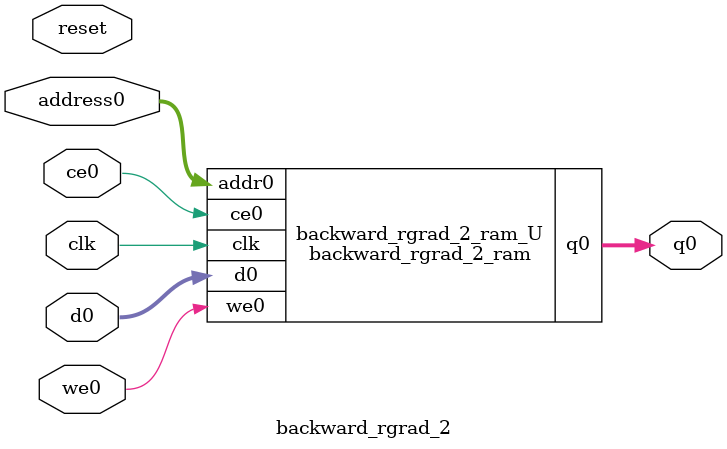
<source format=v>
`timescale 1 ns / 1 ps
module backward_rgrad_2_ram (addr0, ce0, d0, we0, q0,  clk);

parameter DWIDTH = 32;
parameter AWIDTH = 6;
parameter MEM_SIZE = 45;

input[AWIDTH-1:0] addr0;
input ce0;
input[DWIDTH-1:0] d0;
input we0;
output reg[DWIDTH-1:0] q0;
input clk;

(* ram_style = "block" *)reg [DWIDTH-1:0] ram[0:MEM_SIZE-1];




always @(posedge clk)  
begin 
    if (ce0) 
    begin
        if (we0) 
        begin 
            ram[addr0] <= d0; 
        end 
        q0 <= ram[addr0];
    end
end


endmodule

`timescale 1 ns / 1 ps
module backward_rgrad_2(
    reset,
    clk,
    address0,
    ce0,
    we0,
    d0,
    q0);

parameter DataWidth = 32'd32;
parameter AddressRange = 32'd45;
parameter AddressWidth = 32'd6;
input reset;
input clk;
input[AddressWidth - 1:0] address0;
input ce0;
input we0;
input[DataWidth - 1:0] d0;
output[DataWidth - 1:0] q0;



backward_rgrad_2_ram backward_rgrad_2_ram_U(
    .clk( clk ),
    .addr0( address0 ),
    .ce0( ce0 ),
    .we0( we0 ),
    .d0( d0 ),
    .q0( q0 ));

endmodule


</source>
